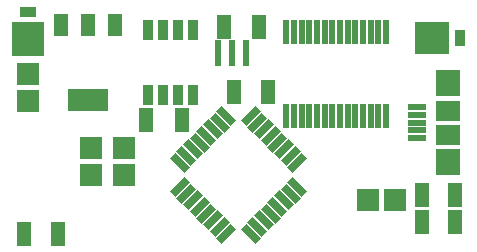
<source format=gtp>
G04*
G04 #@! TF.GenerationSoftware,Altium Limited,Altium Designer,20.1.12 (249)*
G04*
G04 Layer_Color=8421504*
%FSLAX25Y25*%
%MOIN*%
G70*
G04*
G04 #@! TF.SameCoordinates,79CD1AB7-34AE-4695-B2AC-D77BF95EA1B7*
G04*
G04*
G04 #@! TF.FilePolarity,Positive*
G04*
G01*
G75*
G04:AMPARAMS|DCode=15|XSize=66.93mil|YSize=27.56mil|CornerRadius=0mil|HoleSize=0mil|Usage=FLASHONLY|Rotation=45.000|XOffset=0mil|YOffset=0mil|HoleType=Round|Shape=Rectangle|*
%AMROTATEDRECTD15*
4,1,4,-0.01392,-0.03341,-0.03341,-0.01392,0.01392,0.03341,0.03341,0.01392,-0.01392,-0.03341,0.0*
%
%ADD15ROTATEDRECTD15*%

G04:AMPARAMS|DCode=16|XSize=66.93mil|YSize=27.56mil|CornerRadius=0mil|HoleSize=0mil|Usage=FLASHONLY|Rotation=135.000|XOffset=0mil|YOffset=0mil|HoleType=Round|Shape=Rectangle|*
%AMROTATEDRECTD16*
4,1,4,0.03341,-0.01392,0.01392,-0.03341,-0.03341,0.01392,-0.01392,0.03341,0.03341,-0.01392,0.0*
%
%ADD16ROTATEDRECTD16*%

%ADD17R,0.04921X0.07874*%
%ADD18R,0.04842X0.08150*%
%ADD19R,0.02362X0.07874*%
%ADD20R,0.07677X0.07480*%
%ADD21R,0.03347X0.06791*%
%ADD22R,0.10787X0.11299*%
%ADD23R,0.05787X0.03787*%
%ADD24R,0.04528X0.07677*%
%ADD25R,0.13386X0.07677*%
%ADD26R,0.11299X0.10787*%
%ADD27R,0.03787X0.05787*%
%ADD28R,0.08268X0.09055*%
%ADD29R,0.08268X0.06693*%
%ADD30R,0.06102X0.02362*%
%ADD31R,0.02362X0.08661*%
%ADD32R,0.07480X0.07677*%
D15*
X59980Y37302D02*
D03*
X62207Y35075D02*
D03*
X64434Y32848D02*
D03*
X66661Y30621D02*
D03*
X68888Y28394D02*
D03*
X71115Y26166D02*
D03*
X73343Y23939D02*
D03*
X75570Y21712D02*
D03*
X99233Y45375D02*
D03*
X97006Y47602D02*
D03*
X94779Y49829D02*
D03*
X92551Y52056D02*
D03*
X90324Y54284D02*
D03*
X88097Y56511D02*
D03*
X85870Y58738D02*
D03*
X83643Y60965D02*
D03*
D16*
Y21712D02*
D03*
X85870Y23939D02*
D03*
X88097Y26166D02*
D03*
X90324Y28394D02*
D03*
X92551Y30621D02*
D03*
X94779Y32848D02*
D03*
X97006Y35075D02*
D03*
X99233Y37302D02*
D03*
X75570Y60965D02*
D03*
X73343Y58738D02*
D03*
X71115Y56511D02*
D03*
X68888Y54284D02*
D03*
X66661Y52056D02*
D03*
X64434Y49829D02*
D03*
X62207Y47602D02*
D03*
X59980Y45375D02*
D03*
D17*
X60630Y59449D02*
D03*
X48819D02*
D03*
X86614Y90551D02*
D03*
X74803D02*
D03*
D18*
X78268Y68898D02*
D03*
X89449D02*
D03*
X140729Y34647D02*
D03*
X151910D02*
D03*
X8189Y21654D02*
D03*
X19370D02*
D03*
X151833Y25492D02*
D03*
X140652D02*
D03*
D19*
X128839Y88976D02*
D03*
X126279D02*
D03*
X123721D02*
D03*
X121161D02*
D03*
X118602D02*
D03*
X116043D02*
D03*
X113484D02*
D03*
X110925D02*
D03*
X108366D02*
D03*
X105807D02*
D03*
X103248D02*
D03*
X100689D02*
D03*
X98130D02*
D03*
X95571D02*
D03*
Y61024D02*
D03*
X98130D02*
D03*
X100689D02*
D03*
X103248D02*
D03*
X105807D02*
D03*
X108366D02*
D03*
X110925D02*
D03*
X113484D02*
D03*
X116043D02*
D03*
X118602D02*
D03*
X121161D02*
D03*
X123721D02*
D03*
X126279D02*
D03*
X128839D02*
D03*
D20*
X41339Y41240D02*
D03*
Y50295D02*
D03*
X9300Y74828D02*
D03*
Y65772D02*
D03*
X30601Y50197D02*
D03*
Y41142D02*
D03*
D21*
X64587Y89417D02*
D03*
X59587D02*
D03*
X54587D02*
D03*
X49587D02*
D03*
Y68063D02*
D03*
X54587D02*
D03*
X59587D02*
D03*
X64587D02*
D03*
D22*
X9300Y86444D02*
D03*
D23*
Y95700D02*
D03*
D24*
X38583Y91142D02*
D03*
X29528D02*
D03*
X20472D02*
D03*
D25*
X29528Y66339D02*
D03*
D26*
X144095Y87008D02*
D03*
D27*
X153350D02*
D03*
D28*
X149606Y45473D02*
D03*
Y71850D02*
D03*
D29*
Y54724D02*
D03*
Y62598D02*
D03*
D30*
X138977Y58661D02*
D03*
Y61221D02*
D03*
Y56102D02*
D03*
Y63780D02*
D03*
Y53543D02*
D03*
D31*
X82284Y81890D02*
D03*
X77559D02*
D03*
X72835D02*
D03*
D32*
X131693Y32776D02*
D03*
X122638D02*
D03*
M02*

</source>
